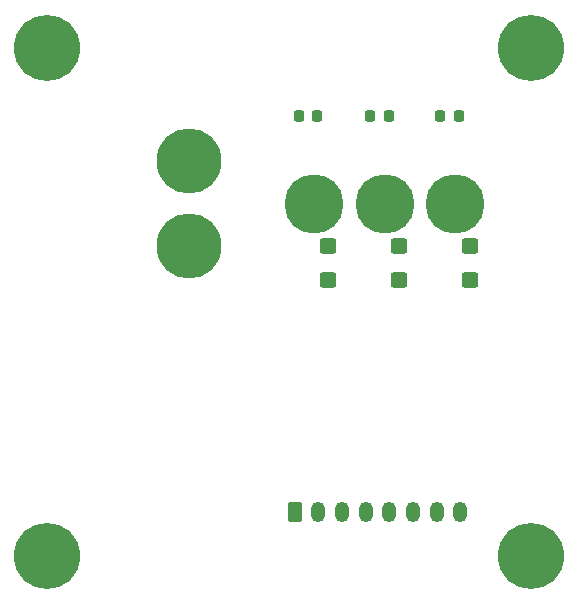
<source format=gbr>
%TF.GenerationSoftware,KiCad,Pcbnew,8.0.1*%
%TF.CreationDate,2024-09-08T16:24:45+01:00*%
%TF.ProjectId,BaselineRP2040MotorController,42617365-6c69-46e6-9552-50323034304d,rev?*%
%TF.SameCoordinates,Original*%
%TF.FileFunction,Soldermask,Bot*%
%TF.FilePolarity,Negative*%
%FSLAX46Y46*%
G04 Gerber Fmt 4.6, Leading zero omitted, Abs format (unit mm)*
G04 Created by KiCad (PCBNEW 8.0.1) date 2024-09-08 16:24:45*
%MOMM*%
%LPD*%
G01*
G04 APERTURE LIST*
G04 Aperture macros list*
%AMRoundRect*
0 Rectangle with rounded corners*
0 $1 Rounding radius*
0 $2 $3 $4 $5 $6 $7 $8 $9 X,Y pos of 4 corners*
0 Add a 4 corners polygon primitive as box body*
4,1,4,$2,$3,$4,$5,$6,$7,$8,$9,$2,$3,0*
0 Add four circle primitives for the rounded corners*
1,1,$1+$1,$2,$3*
1,1,$1+$1,$4,$5*
1,1,$1+$1,$6,$7*
1,1,$1+$1,$8,$9*
0 Add four rect primitives between the rounded corners*
20,1,$1+$1,$2,$3,$4,$5,0*
20,1,$1+$1,$4,$5,$6,$7,0*
20,1,$1+$1,$6,$7,$8,$9,0*
20,1,$1+$1,$8,$9,$2,$3,0*%
G04 Aperture macros list end*
%ADD10C,5.500000*%
%ADD11C,2.900000*%
%ADD12C,5.000000*%
%ADD13C,3.600000*%
%ADD14C,5.600000*%
%ADD15RoundRect,0.250000X-0.350000X-0.625000X0.350000X-0.625000X0.350000X0.625000X-0.350000X0.625000X0*%
%ADD16O,1.200000X1.750000*%
%ADD17RoundRect,0.225000X0.225000X0.250000X-0.225000X0.250000X-0.225000X-0.250000X0.225000X-0.250000X0*%
%ADD18RoundRect,0.250000X-0.450000X0.400000X-0.450000X-0.400000X0.450000X-0.400000X0.450000X0.400000X0*%
G04 APERTURE END LIST*
D10*
%TO.C,J4*%
X54400000Y-65224999D03*
X54400000Y-72425001D03*
%TD*%
D11*
%TO.C,H6*%
X71000000Y-68829998D03*
D12*
X71000000Y-68829998D03*
%TD*%
D11*
%TO.C,H7*%
X77000000Y-68829998D03*
D12*
X77000000Y-68829998D03*
%TD*%
D13*
%TO.C,H2*%
X42400000Y-55600000D03*
D14*
X42400000Y-55600000D03*
%TD*%
D15*
%TO.C,J1*%
X63400000Y-94900000D03*
D16*
X65400000Y-94900000D03*
X67400000Y-94900000D03*
X69400000Y-94900000D03*
X71400000Y-94900000D03*
X73400000Y-94900000D03*
X75400000Y-94900000D03*
X77400000Y-94900000D03*
%TD*%
D11*
%TO.C,H5*%
X65034997Y-68829998D03*
D12*
X65034997Y-68829998D03*
%TD*%
D13*
%TO.C,H3*%
X42400000Y-98600000D03*
D14*
X42400000Y-98600000D03*
%TD*%
D13*
%TO.C,H4*%
X83400000Y-98600000D03*
D14*
X83400000Y-98600000D03*
%TD*%
D13*
%TO.C,H1*%
X83400000Y-55600000D03*
D14*
X83400000Y-55600000D03*
%TD*%
D17*
%TO.C,C26*%
X71334996Y-61350003D03*
X69785004Y-61349997D03*
%TD*%
%TO.C,C32*%
X77279996Y-61359996D03*
X75730000Y-61360000D03*
%TD*%
D18*
%TO.C,D13*%
X78200000Y-72349998D03*
X78200000Y-75250002D03*
%TD*%
%TO.C,D9*%
X72200000Y-72349998D03*
X72200000Y-75250002D03*
%TD*%
D17*
%TO.C,C20*%
X65274998Y-61359998D03*
X63725002Y-61360002D03*
%TD*%
D18*
%TO.C,D5*%
X66200000Y-72349998D03*
X66200000Y-75250002D03*
%TD*%
M02*

</source>
